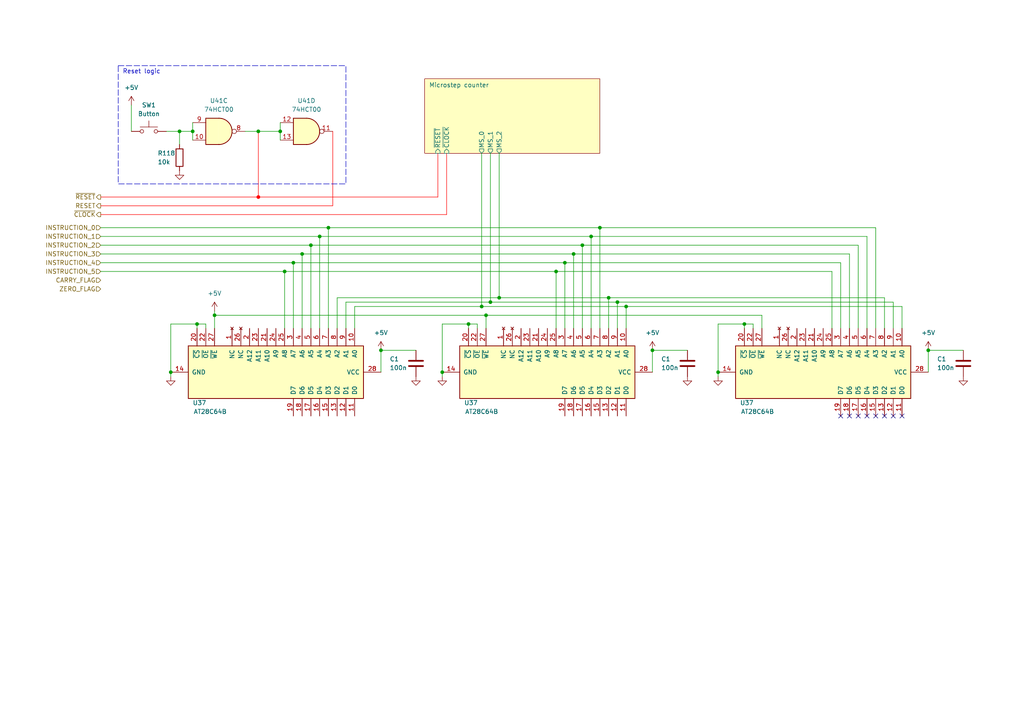
<source format=kicad_sch>
(kicad_sch (version 20230121) (generator eeschema)
  (paper "A4")
  (title_block (title "8-bit CPU") (date "2023-11-28") (rev "1.0") (company "TBR Designs"))
  (lib_symbols
    (symbol "01_my_library:28C64B" (pin_names (offset 1.016))
      (property "Reference" "U" (at 0 0 0))
      (symbol "28C64B_1_1"
        (rectangle (start -7.62 25.4) (end 7.62 -25.4) (stroke (width 0.254)) (fill (type background)))
        (pin no_connect line (at -12.7 -12.7 0) (length 5.08) (name "NC") (number "1"))
        (pin input line (at -12.7 22.86 0) (length 5.08) (name "A0") (number "10"))
        (pin tri_state line (at 12.7 22.86 180) (length 5.08) (name "D0") (number "11"))
        (pin tri_state line (at 12.7 20.32 180) (length 5.08) (name "D1") (number "12"))
        (pin tri_state line (at 12.7 17.78 180) (length 5.08) (name "D2") (number "13"))
        (pin power_in line (at 0 -30.48 90) (length 5.08) (name "GND") (number "14"))
        (pin tri_state line (at 12.7 15.24 180) (length 5.08) (name "D3") (number "15"))
        (pin tri_state line (at 12.7 12.7 180) (length 5.08) (name "D4") (number "16"))
        (pin tri_state line (at 12.7 10.16 180) (length 5.08) (name "D5") (number "17"))
        (pin tri_state line (at 12.7 7.62 180) (length 5.08) (name "D6") (number "18"))
        (pin tri_state line (at 12.7 5.08 180) (length 5.08) (name "D7") (number "19"))
        (pin input line (at -12.7 -7.62 0) (length 5.08) (name "A12") (number "2"))
        (pin input line (at -12.7 -22.86 0) (length 5.08) (name "~{CS}") (number "20"))
        (pin input line (at -12.7 -2.54 0) (length 5.08) (name "A10") (number "21"))
        (pin input line (at -12.7 -20.32 0) (length 5.08) (name "~{OE}") (number "22"))
        (pin input line (at -12.7 -5.08 0) (length 5.08) (name "A11") (number "23"))
        (pin input line (at -12.7 0 0) (length 5.08) (name "A9") (number "24"))
        (pin input line (at -12.7 2.54 0) (length 5.08) (name "A8") (number "25"))
        (pin no_connect line (at -12.7 -10.16 0) (length 5.08) (name "NC") (number "26"))
        (pin input line (at -12.7 -17.78 0) (length 5.08) (name "~{WE}") (number "27"))
        (pin power_in line (at 0 30.48 270) (length 5.08) (name "VCC") (number "28"))
        (pin input line (at -12.7 5.08 0) (length 5.08) (name "A7") (number "3"))
        (pin input line (at -12.7 7.62 0) (length 5.08) (name "A6") (number "4"))
        (pin input line (at -12.7 10.16 0) (length 5.08) (name "A5") (number "5"))
        (pin input line (at -12.7 12.7 0) (length 5.08) (name "A4") (number "6"))
        (pin input line (at -12.7 15.24 0) (length 5.08) (name "A3") (number "7"))
        (pin input line (at -12.7 17.78 0) (length 5.08) (name "A2") (number "8"))
        (pin input line (at -12.7 20.32 0) (length 5.08) (name "A1") (number "9"))
      )
    )
    (symbol "74xx:74HCT00" (pin_names (offset 1.016))
      (property "Reference" "U" (at 0 1.27 0))
      (property "Value" "74HCT00" (at 0 -1.27 0))
      (symbol "74HCT00_1_1"
        (arc (start 0 -3.81) (mid 3.7934 0) (end 0 3.81) (stroke (width 0.254)) (fill (type background)))
        (polyline (pts (xy 0 3.81) (xy -3.81 3.81) (xy -3.81 -3.81) (xy 0 -3.81)) (stroke (width 0.254)) (fill (type background)))
        (pin input line (at -7.62 2.54 0) (length 3.81) (name "~") (number "1"))
        (pin input line (at -7.62 -2.54 0) (length 3.81) (name "~") (number "2"))
        (pin output inverted (at 7.62 0 180) (length 3.81) (name "~") (number "3"))
      )
      (symbol "74HCT00_1_2"
        (arc (start -3.81 -3.81) (mid -2.589 0) (end -3.81 3.81) (stroke (width 0.254)))
        (arc (start -0.6096 -3.81) (mid 2.1842 -2.5851) (end 3.81 0) (stroke (width 0.254)) (fill (type background)))
        (polyline (pts (xy -3.81 -3.81) (xy -0.635 -3.81)) (stroke (width 0.254)) (fill (type background)))
        (polyline (pts (xy -3.81 3.81) (xy -0.635 3.81)) (stroke (width 0.254)) (fill (type background)))
        (polyline (pts (xy -0.635 3.81) (xy -3.81 3.81) (xy -3.81 3.81) (xy -3.556 3.4036) (xy -3.0226 2.2606) (xy -2.6924 1.0414) (xy -2.6162 -0.254) (xy -2.7686 -1.4986) (xy -3.175 -2.7178) (xy -3.81 -3.81) (xy -3.81 -3.81) (xy -0.635 -3.81)) (stroke (width -25.4)) (fill (type background)))
        (arc (start 3.81 0) (mid 2.1915 2.5936) (end -0.6096 3.81) (stroke (width 0.254)) (fill (type background)))
        (pin input inverted (at -7.62 2.54 0) (length 4.318) (name "~") (number "1"))
        (pin input inverted (at -7.62 -2.54 0) (length 4.318) (name "~") (number "2"))
        (pin output line (at 7.62 0 180) (length 3.81) (name "~") (number "3"))
      )
      (symbol "74HCT00_2_1"
        (arc (start 0 -3.81) (mid 3.7934 0) (end 0 3.81) (stroke (width 0.254)) (fill (type background)))
        (polyline (pts (xy 0 3.81) (xy -3.81 3.81) (xy -3.81 -3.81) (xy 0 -3.81)) (stroke (width 0.254)) (fill (type background)))
        (pin input line (at -7.62 2.54 0) (length 3.81) (name "~") (number "4"))
        (pin input line (at -7.62 -2.54 0) (length 3.81) (name "~") (number "5"))
        (pin output inverted (at 7.62 0 180) (length 3.81) (name "~") (number "6"))
      )
      (symbol "74HCT00_2_2"
        (arc (start -3.81 -3.81) (mid -2.589 0) (end -3.81 3.81) (stroke (width 0.254)))
        (arc (start -0.6096 -3.81) (mid 2.1842 -2.5851) (end 3.81 0) (stroke (width 0.254)) (fill (type background)))
        (polyline (pts (xy -3.81 -3.81) (xy -0.635 -3.81)) (stroke (width 0.254)) (fill (type background)))
        (polyline (pts (xy -3.81 3.81) (xy -0.635 3.81)) (stroke (width 0.254)) (fill (type background)))
        (polyline (pts (xy -0.635 3.81) (xy -3.81 3.81) (xy -3.81 3.81) (xy -3.556 3.4036) (xy -3.0226 2.2606) (xy -2.6924 1.0414) (xy -2.6162 -0.254) (xy -2.7686 -1.4986) (xy -3.175 -2.7178) (xy -3.81 -3.81) (xy -3.81 -3.81) (xy -0.635 -3.81)) (stroke (width -25.4)) (fill (type background)))
        (arc (start 3.81 0) (mid 2.1915 2.5936) (end -0.6096 3.81) (stroke (width 0.254)) (fill (type background)))
        (pin input inverted (at -7.62 2.54 0) (length 4.318) (name "~") (number "4"))
        (pin input inverted (at -7.62 -2.54 0) (length 4.318) (name "~") (number "5"))
        (pin output line (at 7.62 0 180) (length 3.81) (name "~") (number "6"))
      )
      (symbol "74HCT00_3_1"
        (arc (start 0 -3.81) (mid 3.7934 0) (end 0 3.81) (stroke (width 0.254)) (fill (type background)))
        (polyline (pts (xy 0 3.81) (xy -3.81 3.81) (xy -3.81 -3.81) (xy 0 -3.81)) (stroke (width 0.254)) (fill (type background)))
        (pin input line (at -7.62 -2.54 0) (length 3.81) (name "~") (number "10"))
        (pin output inverted (at 7.62 0 180) (length 3.81) (name "~") (number "8"))
        (pin input line (at -7.62 2.54 0) (length 3.81) (name "~") (number "9"))
      )
      (symbol "74HCT00_3_2"
        (arc (start -3.81 -3.81) (mid -2.589 0) (end -3.81 3.81) (stroke (width 0.254)))
        (arc (start -0.6096 -3.81) (mid 2.1842 -2.5851) (end 3.81 0) (stroke (width 0.254)) (fill (type background)))
        (polyline (pts (xy -3.81 -3.81) (xy -0.635 -3.81)) (stroke (width 0.254)) (fill (type background)))
        (polyline (pts (xy -3.81 3.81) (xy -0.635 3.81)) (stroke (width 0.254)) (fill (type background)))
        (polyline (pts (xy -0.635 3.81) (xy -3.81 3.81) (xy -3.81 3.81) (xy -3.556 3.4036) (xy -3.0226 2.2606) (xy -2.6924 1.0414) (xy -2.6162 -0.254) (xy -2.7686 -1.4986) (xy -3.175 -2.7178) (xy -3.81 -3.81) (xy -3.81 -3.81) (xy -0.635 -3.81)) (stroke (width -25.4)) (fill (type background)))
        (arc (start 3.81 0) (mid 2.1915 2.5936) (end -0.6096 3.81) (stroke (width 0.254)) (fill (type background)))
        (pin input inverted (at -7.62 -2.54 0) (length 4.318) (name "~") (number "10"))
        (pin output line (at 7.62 0 180) (length 3.81) (name "~") (number "8"))
        (pin input inverted (at -7.62 2.54 0) (length 4.318) (name "~") (number "9"))
      )
      (symbol "74HCT00_4_1"
        (arc (start 0 -3.81) (mid 3.7934 0) (end 0 3.81) (stroke (width 0.254)) (fill (type background)))
        (polyline (pts (xy 0 3.81) (xy -3.81 3.81) (xy -3.81 -3.81) (xy 0 -3.81)) (stroke (width 0.254)) (fill (type background)))
        (pin output inverted (at 7.62 0 180) (length 3.81) (name "~") (number "11"))
        (pin input line (at -7.62 2.54 0) (length 3.81) (name "~") (number "12"))
        (pin input line (at -7.62 -2.54 0) (length 3.81) (name "~") (number "13"))
      )
      (symbol "74HCT00_4_2"
        (arc (start -3.81 -3.81) (mid -2.589 0) (end -3.81 3.81) (stroke (width 0.254)))
        (arc (start -0.6096 -3.81) (mid 2.1842 -2.5851) (end 3.81 0) (stroke (width 0.254)) (fill (type background)))
        (polyline (pts (xy -3.81 -3.81) (xy -0.635 -3.81)) (stroke (width 0.254)) (fill (type background)))
        (polyline (pts (xy -3.81 3.81) (xy -0.635 3.81)) (stroke (width 0.254)) (fill (type background)))
        (polyline (pts (xy -0.635 3.81) (xy -3.81 3.81) (xy -3.81 3.81) (xy -3.556 3.4036) (xy -3.0226 2.2606) (xy -2.6924 1.0414) (xy -2.6162 -0.254) (xy -2.7686 -1.4986) (xy -3.175 -2.7178) (xy -3.81 -3.81) (xy -3.81 -3.81) (xy -0.635 -3.81)) (stroke (width -25.4)) (fill (type background)))
        (arc (start 3.81 0) (mid 2.1915 2.5936) (end -0.6096 3.81) (stroke (width 0.254)) (fill (type background)))
        (pin output line (at 7.62 0 180) (length 3.81) (name "~") (number "11"))
        (pin input inverted (at -7.62 2.54 0) (length 4.318) (name "~") (number "12"))
        (pin input inverted (at -7.62 -2.54 0) (length 4.318) (name "~") (number "13"))
      )
      (symbol "74HCT00_5_0"
        (pin power_in line (at 0 12.7 270) (length 5.08) (name "VCC") (number "14"))
        (pin power_in line (at 0 -12.7 90) (length 5.08) (name "GND") (number "7"))
      )
      (symbol "74HCT00_5_1"
        (rectangle (start -5.08 7.62) (end 5.08 -7.62) (stroke (width 0.254)) (fill (type background)))
      )
    )
    (symbol "Device:C" (pin_numbers hide) (pin_names (offset 0.254))
      (property "Reference" "C" (at 0.635 2.54 0))
      (property "Value" "C" (at 0.635 -2.54 0))
      (symbol "C_0_1"
        (polyline (pts (xy -2.032 -0.762) (xy 2.032 -0.762)) (stroke (width 0.508)))
        (polyline (pts (xy -2.032 0.762) (xy 2.032 0.762)) (stroke (width 0.508)))
      )
      (symbol "C_1_1"
        (pin passive line (at 0 3.81 270) (length 2.794) (name "~") (number "1"))
        (pin passive line (at 0 -3.81 90) (length 2.794) (name "~") (number "2"))
      )
    )
    (symbol "Device:R" (pin_numbers hide) (pin_names (offset 0))
      (property "Reference" "R" (at 2.032 0 90))
      (property "Value" "R" (at 0 0 90))
      (symbol "R_0_1"
        (rectangle (start -1.016 -2.54) (end 1.016 2.54) (stroke (width 0.254)))
      )
      (symbol "R_1_1"
        (pin passive line (at 0 3.81 270) (length 1.27) (name "~") (number "1"))
        (pin passive line (at 0 -3.81 90) (length 1.27) (name "~") (number "2"))
      )
    )
    (symbol "Switch:SW_Push" (pin_numbers hide) (pin_names (offset 1.016) hide)
      (property "Reference" "SW" (at 1.27 2.54 0))
      (property "Value" "SW_Push" (at 0 -1.524 0))
      (symbol "SW_Push_0_1"
        (circle (center -2.032 0) (radius 0.508))
        (polyline (pts (xy 0 1.27) (xy 0 3.048)))
        (polyline (pts (xy 2.54 1.27) (xy -2.54 1.27)))
        (circle (center 2.032 0) (radius 0.508))
        (pin passive line (at -5.08 0 0) (length 2.54) (name "1") (number "1"))
        (pin passive line (at 5.08 0 180) (length 2.54) (name "2") (number "2"))
      )
    )
    (symbol "power:+5V" (power) (pin_names (offset 0))
      (property "Value" "+5V" (at 0 3.556 0))
      (symbol "+5V_0_1"
        (polyline (pts (xy -0.762 1.27) (xy 0 2.54)))
        (polyline (pts (xy 0 0) (xy 0 2.54)))
        (polyline (pts (xy 0 2.54) (xy 0.762 1.27)))
      )
      (symbol "+5V_1_1"
        (pin power_in line (at 0 0 90) (length 0) hide (name "+5V") (number "1"))
      )
    )
    (symbol "power:GND" (power) (pin_names (offset 0))
      (property "Value" "GND" (at 0 -3.81 0))
      (symbol "GND_0_1"
        (polyline (pts (xy 0 0) (xy 0 -1.27) (xy 1.27 -1.27) (xy 0 -2.54) (xy -1.27 -1.27) (xy 0 -1.27)))
      )
      (symbol "GND_1_1"
        (pin power_in line (at 0 0 270) (length 0) hide (name "GND") (number "1"))
      )
    )
  )
  (junction (at 179.07 87.63))
  (junction (at 135.89 93.98))
  (junction (at 74.93 38.1))
  (junction (at 62.23 91.44))
  (junction (at 128.27 107.95))
  (junction (at 166.37 73.66))
  (junction (at 110.49 101.6))
  (junction (at 163.83 76.2))
  (junction (at 161.29 78.74))
  (junction (at 52.07 38.1))
  (junction (at 144.78 86.36))
  (junction (at 74.93 57.15) (color 255 0 0 1))
  (junction (at 81.28 38.1))
  (junction (at 82.55 78.74))
  (junction (at 49.53 107.95))
  (junction (at 85.09 76.2))
  (junction (at 142.24 87.63))
  (junction (at 57.15 93.98))
  (junction (at 55.88 38.1))
  (junction (at 215.9 93.98))
  (junction (at 92.71 68.58))
  (junction (at 140.97 91.44))
  (junction (at 139.7 88.9))
  (junction (at 176.53 86.36))
  (junction (at 181.61 88.9))
  (junction (at 208.28 107.95))
  (junction (at 95.25 66.04))
  (junction (at 269.24 101.6))
  (junction (at 173.99 66.04))
  (junction (at 87.63 73.66))
  (junction (at 189.23 101.6))
  (junction (at 168.91 71.12))
  (junction (at 90.17 71.12))
  (junction (at 171.45 68.58))
  (no_connect (at 251.46 120.65))
  (no_connect (at 259.08 120.65))
  (no_connect (at 248.92 120.65))
  (no_connect (at 246.38 120.65))
  (no_connect (at 256.54 120.65))
  (no_connect (at 243.84 120.65))
  (no_connect (at 261.62 120.65))
  (no_connect (at 254 120.65))
  (wire (pts (xy 129.54 62.23) (xy 29.21 62.23)) (stroke (width 0) (color 255 0 0 1)))
  (wire (pts (xy 171.45 95.25) (xy 171.45 68.58)))
  (wire (pts (xy 129.54 44.45) (xy 129.54 62.23)) (stroke (width 0) (color 255 0 0 1)))
  (wire (pts (xy 254 66.04) (xy 173.99 66.04)))
  (wire (pts (xy 220.98 95.25) (xy 220.98 91.44)))
  (wire (pts (xy 71.12 38.1) (xy 74.93 38.1)))
  (wire (pts (xy 254 95.25) (xy 254 66.04)))
  (wire (pts (xy 110.49 101.6) (xy 120.65 101.6)))
  (wire (pts (xy 248.92 95.25) (xy 248.92 71.12)))
  (wire (pts (xy 52.07 38.1) (xy 52.07 41.91)))
  (wire (pts (xy 163.83 95.25) (xy 163.83 76.2)))
  (wire (pts (xy 57.15 93.98) (xy 49.53 93.98)))
  (wire (pts (xy 81.28 38.1) (xy 81.28 40.64)))
  (wire (pts (xy 85.09 76.2) (xy 85.09 95.25)))
  (wire (pts (xy 208.28 109.22) (xy 208.28 107.95)))
  (wire (pts (xy 241.3 78.74) (xy 161.29 78.74)))
  (wire (pts (xy 166.37 95.25) (xy 166.37 73.66)))
  (wire (pts (xy 127 44.45) (xy 127 57.15)) (stroke (width 0) (color 255 0 0 1)))
  (wire (pts (xy 135.89 93.98) (xy 135.89 95.25)))
  (wire (pts (xy 96.52 59.69) (xy 96.52 38.1)) (stroke (width 0) (color 255 0 0 1)))
  (wire (pts (xy 176.53 86.36) (xy 144.78 86.36)))
  (wire (pts (xy 173.99 95.25) (xy 173.99 66.04)))
  (wire (pts (xy 256.54 95.25) (xy 256.54 86.36)))
  (wire (pts (xy 144.78 44.45) (xy 144.78 86.36)))
  (wire (pts (xy 251.46 68.58) (xy 171.45 68.58)))
  (wire (pts (xy 52.07 38.1) (xy 55.88 38.1)))
  (wire (pts (xy 110.49 107.95) (xy 110.49 101.6)))
  (wire (pts (xy 181.61 95.25) (xy 181.61 88.9)))
  (wire (pts (xy 74.93 38.1) (xy 81.28 38.1)))
  (wire (pts (xy 128.27 109.22) (xy 128.27 107.95)))
  (wire (pts (xy 29.21 66.04) (xy 95.25 66.04)))
  (wire (pts (xy 218.44 93.98) (xy 215.9 93.98)))
  (wire (pts (xy 87.63 73.66) (xy 166.37 73.66)))
  (wire (pts (xy 57.15 93.98) (xy 57.15 95.25)))
  (wire (pts (xy 259.08 87.63) (xy 179.07 87.63)))
  (wire (pts (xy 62.23 90.17) (xy 62.23 91.44)))
  (wire (pts (xy 48.26 38.1) (xy 52.07 38.1)))
  (wire (pts (xy 62.23 91.44) (xy 62.23 95.25)))
  (wire (pts (xy 29.21 59.69) (xy 96.52 59.69)) (stroke (width 0) (color 255 0 0 1)))
  (wire (pts (xy 127 57.15) (xy 74.93 57.15)) (stroke (width 0) (color 255 0 0 1)))
  (wire (pts (xy 81.28 35.56) (xy 81.28 38.1)))
  (wire (pts (xy 189.23 107.95) (xy 189.23 101.6)))
  (wire (pts (xy 261.62 88.9) (xy 181.61 88.9)))
  (wire (pts (xy 138.43 93.98) (xy 138.43 95.25)))
  (wire (pts (xy 139.7 88.9) (xy 102.87 88.9)))
  (wire (pts (xy 29.21 57.15) (xy 74.93 57.15)) (stroke (width 0) (color 255 0 0 1)))
  (wire (pts (xy 87.63 73.66) (xy 87.63 95.25)))
  (wire (pts (xy 85.09 76.2) (xy 163.83 76.2)))
  (wire (pts (xy 259.08 95.25) (xy 259.08 87.63)))
  (wire (pts (xy 241.3 95.25) (xy 241.3 78.74)))
  (wire (pts (xy 215.9 93.98) (xy 208.28 93.98)))
  (wire (pts (xy 100.33 87.63) (xy 100.33 95.25)))
  (wire (pts (xy 29.21 71.12) (xy 90.17 71.12)))
  (wire (pts (xy 55.88 38.1) (xy 55.88 40.64)))
  (wire (pts (xy 208.28 93.98) (xy 208.28 107.95)))
  (wire (pts (xy 215.9 93.98) (xy 215.9 95.25)))
  (wire (pts (xy 251.46 95.25) (xy 251.46 68.58)))
  (wire (pts (xy 243.84 95.25) (xy 243.84 76.2)))
  (wire (pts (xy 29.21 73.66) (xy 87.63 73.66)))
  (wire (pts (xy 144.78 86.36) (xy 97.79 86.36)))
  (wire (pts (xy 38.1 30.48) (xy 38.1 38.1)))
  (wire (pts (xy 140.97 91.44) (xy 140.97 95.25)))
  (wire (pts (xy 49.53 93.98) (xy 49.53 107.95)))
  (wire (pts (xy 90.17 71.12) (xy 90.17 95.25)))
  (wire (pts (xy 142.24 44.45) (xy 142.24 87.63)))
  (wire (pts (xy 168.91 71.12) (xy 248.92 71.12)))
  (wire (pts (xy 163.83 76.2) (xy 243.84 76.2)))
  (wire (pts (xy 74.93 57.15) (xy 74.93 38.1)) (stroke (width 0) (color 255 0 0 1)))
  (wire (pts (xy 246.38 95.25) (xy 246.38 73.66)))
  (wire (pts (xy 135.89 93.98) (xy 128.27 93.98)))
  (wire (pts (xy 97.79 86.36) (xy 97.79 95.25)))
  (wire (pts (xy 55.88 38.1) (xy 55.88 35.56)))
  (wire (pts (xy 29.21 68.58) (xy 92.71 68.58)))
  (wire (pts (xy 49.53 109.22) (xy 49.53 107.95)))
  (wire (pts (xy 29.21 78.74) (xy 82.55 78.74)))
  (wire (pts (xy 59.69 93.98) (xy 57.15 93.98)))
  (wire (pts (xy 138.43 93.98) (xy 135.89 93.98)))
  (wire (pts (xy 168.91 95.25) (xy 168.91 71.12)))
  (wire (pts (xy 142.24 87.63) (xy 100.33 87.63)))
  (wire (pts (xy 62.23 91.44) (xy 140.97 91.44)))
  (wire (pts (xy 176.53 95.25) (xy 176.53 86.36)))
  (wire (pts (xy 95.25 66.04) (xy 95.25 95.25)))
  (wire (pts (xy 179.07 87.63) (xy 142.24 87.63)))
  (wire (pts (xy 181.61 88.9) (xy 139.7 88.9)))
  (wire (pts (xy 171.45 68.58) (xy 92.71 68.58)))
  (wire (pts (xy 261.62 95.25) (xy 261.62 88.9)))
  (wire (pts (xy 29.21 76.2) (xy 85.09 76.2)))
  (wire (pts (xy 161.29 95.25) (xy 161.29 78.74)))
  (wire (pts (xy 59.69 93.98) (xy 59.69 95.25)))
  (wire (pts (xy 179.07 95.25) (xy 179.07 87.63)))
  (wire (pts (xy 140.97 91.44) (xy 220.98 91.44)))
  (wire (pts (xy 218.44 93.98) (xy 218.44 95.25)))
  (wire (pts (xy 269.24 107.95) (xy 269.24 101.6)))
  (wire (pts (xy 90.17 71.12) (xy 168.91 71.12)))
  (wire (pts (xy 256.54 86.36) (xy 176.53 86.36)))
  (wire (pts (xy 166.37 73.66) (xy 246.38 73.66)))
  (wire (pts (xy 173.99 66.04) (xy 95.25 66.04)))
  (wire (pts (xy 92.71 68.58) (xy 92.71 95.25)))
  (wire (pts (xy 139.7 44.45) (xy 139.7 88.9)))
  (wire (pts (xy 269.24 101.6) (xy 279.4 101.6)))
  (wire (pts (xy 102.87 88.9) (xy 102.87 95.25)))
  (wire (pts (xy 82.55 78.74) (xy 82.55 95.25)))
  (wire (pts (xy 189.23 101.6) (xy 199.39 101.6)))
  (wire (pts (xy 161.29 78.74) (xy 82.55 78.74)))
  (wire (pts (xy 128.27 93.98) (xy 128.27 107.95)))
  (rectangle (start 34.29 19.05) (end 100.33 53.34) (stroke (width 0) (type dash)))
  (text "Reset logic" (at 35.56 21.59 0) (effects (font (size 1.27 1.27)) (justify left bottom)))
  (hierarchical_label "~{CLOCK}" (shape output) (at 29.21 62.23 180))
  (hierarchical_label "CARRY_FLAG" (shape input) (at 29.21 81.28 180))
  (hierarchical_label "INSTRUCTION_1" (shape input) (at 29.21 68.58 180))
  (hierarchical_label "~{RESET}" (shape output) (at 29.21 57.15 180))
  (hierarchical_label "INSTRUCTION_2" (shape input) (at 29.21 71.12 180))
  (hierarchical_label "INSTRUCTION_4" (shape input) (at 29.21 76.2 180))
  (hierarchical_label "INSTRUCTION_3" (shape input) (at 29.21 73.66 180))
  (hierarchical_label "RESET" (shape output) (at 29.21 59.69 180))
  (hierarchical_label "INSTRUCTION_0" (shape input) (at 29.21 66.04 180))
  (hierarchical_label "INSTRUCTION_5" (shape input) (at 29.21 78.74 180))
  (hierarchical_label "ZERO_FLAG" (shape input) (at 29.21 83.82 180))
  (symbol (lib_id "power:+5V") (at 62.23 90.17 0) (unit 1)
    (property "Reference" "#PWR07" (effects hide))
    (property "Value" "+5V" (at 62.23 85.09 0))
    (instances (project "8-bit-cpu" (path "" (reference "#PWR07") (unit 1)) (path "" (reference "#PWR0153") (unit 1)) (path "" (reference "#PWR0207") (unit 1))))
  )
  (symbol (lib_id "power:GND") (at 52.07 49.53 0) (unit 1)
    (property "Reference" "#PWR0179" (effects hide))
    (property "Value" "GND" (effects hide))
  )
  (symbol (lib_id "power:GND") (at 128.27 109.22 0) (unit 1)
    (property "Reference" "#PWR0202" (effects hide))
    (property "Value" "GND" (effects hide))
  )
  (symbol (lib_id "Device:C") (at 199.39 105.41 0) (unit 1)
    (property "Reference" "C1" (at 191.77 104.14 0) (effects (justify left)))
    (property "Value" "100n" (at 191.77 106.68 0) (effects (justify left)))
    (property "Footprint" "01_my_library:C_Disc_D4.0mm_W2.6mm_P2.50mm" (effects hide))
    (instances (project "8-bit-cpu" (path "" (reference "C1") (unit 1)) (path "" (reference "C45") (unit 1)) (path "" (reference "C56") (unit 1))))
  )
  (symbol (lib_id "power:GND") (at 208.28 109.22 0) (unit 1)
    (property "Reference" "#PWR0205" (effects hide))
    (property "Value" "GND" (effects hide))
  )
  (symbol (lib_id "power:GND") (at 199.39 109.22 0) (unit 1)
    (property "Reference" "#PWR012" (effects hide))
    (property "Value" "GND" (effects hide))
    (instances (project "8-bit-cpu" (path "" (reference "#PWR012") (unit 1)) (path "" (reference "#PWR0154") (unit 1)) (path "" (reference "#PWR0203") (unit 1))))
  )
  (symbol (lib_id "Switch:SW_Push") (at 43.18 38.1 0) (unit 1)
    (property "Reference" "SW1" (at 43.18 30.48 0))
    (property "Value" "Button" (at 43.18 33.02 0))
    (property "Footprint" "Button_Switch_THT:SW_PUSH_6mm" (effects hide))
    (instances (project "8-bit-cpu" (path "" (reference "SW1") (unit 1)) (path "" (reference "SW6") (unit 1)) (path "" (reference "SW7") (unit 1))))
  )
  (symbol (lib_id "01_my_library:28C64B") (at 238.76 107.95 270) (unit 1)
    (property "Reference" "U37" (at 214.63 116.84 90) (effects (justify left)))
    (property "Value" "AT28C64B" (at 219.71 119.38 90))
    (property "Footprint" "Package_DIP:DIP-28_W15.24mm_Socket" (effects hide))
    (instances (project "8-bit-cpu" (path "" (reference "U37") (unit 1)) (path "" (reference "U48") (unit 1))))
  )
  (symbol (lib_id "Device:C") (at 279.4 105.41 0) (unit 1)
    (property "Reference" "C1" (at 271.78 104.14 0) (effects (justify left)))
    (property "Value" "100n" (at 271.78 106.68 0) (effects (justify left)))
    (property "Footprint" "01_my_library:C_Disc_D4.0mm_W2.6mm_P2.50mm" (effects hide))
    (instances (project "8-bit-cpu" (path "" (reference "C1") (unit 1)) (path "" (reference "C45") (unit 1)) (path "" (reference "C57") (unit 1))))
  )
  (symbol (lib_id "power:+5V") (at 189.23 101.6 0) (unit 1)
    (property "Reference" "#PWR07" (effects hide))
    (property "Value" "+5V" (at 189.23 96.52 0))
    (instances (project "8-bit-cpu" (path "" (reference "#PWR07") (unit 1)) (path "" (reference "#PWR0153") (unit 1)) (path "" (reference "#PWR0201") (unit 1))))
  )
  (symbol (lib_id "74xx:74HCT00") (at 88.9 38.1 0) (unit 4)
    (property "Reference" "U41" (at 88.8917 29.21 0))
    (property "Value" "74HCT00" (at 88.8917 31.75 0))
    (property "Datasheet" "http://www.ti.com/lit/gpn/sn74hct00" (effects hide))
  )
  (symbol (lib_id "power:+5V") (at 38.1 30.48 0) (unit 1)
    (property "Reference" "#PWR0178" (effects hide))
    (property "Value" "+5V" (at 38.1 25.4 0))
  )
  (symbol (lib_id "power:+5V") (at 269.24 101.6 0) (unit 1)
    (property "Reference" "#PWR07" (effects hide))
    (property "Value" "+5V" (at 269.24 96.52 0))
    (instances (project "8-bit-cpu" (path "" (reference "#PWR07") (unit 1)) (path "" (reference "#PWR0153") (unit 1)) (path "" (reference "#PWR0204") (unit 1))))
  )
  (symbol (lib_id "74xx:74HCT00") (at 63.5 38.1 0) (unit 3)
    (property "Reference" "U41" (at 63.4917 29.21 0))
    (property "Value" "74HCT00" (at 63.4917 31.75 0))
    (property "Datasheet" "http://www.ti.com/lit/gpn/sn74hct00" (effects hide))
  )
  (symbol (lib_id "01_my_library:28C64B") (at 158.75 107.95 270) (unit 1)
    (property "Reference" "U37" (at 134.62 116.84 90) (effects (justify left)))
    (property "Value" "AT28C64B" (at 139.7 119.38 90))
    (property "Footprint" "Package_DIP:DIP-28_W15.24mm_Socket" (effects hide))
    (instances (project "8-bit-cpu" (path "" (reference "U37") (unit 1)) (path "" (reference "U47") (unit 1))))
  )
  (symbol (lib_id "power:GND") (at 49.53 109.22 0) (unit 1)
    (property "Reference" "#PWR0200" (effects hide))
    (property "Value" "GND" (effects hide))
  )
  (symbol (lib_id "power:+5V") (at 110.49 101.6 0) (unit 1)
    (property "Reference" "#PWR07" (effects hide))
    (property "Value" "+5V" (at 110.49 96.52 0))
    (instances (project "8-bit-cpu" (path "" (reference "#PWR07") (unit 1)) (path "" (reference "#PWR0153") (unit 1)) (path "" (reference "#PWR0198") (unit 1))))
  )
  (symbol (lib_id "01_my_library:28C64B") (at 80.01 107.95 270) (unit 1)
    (property "Reference" "U37" (at 55.88 116.84 90) (effects (justify left)))
    (property "Value" "AT28C64B" (at 60.96 119.38 90))
    (property "Footprint" "Package_DIP:DIP-28_W15.24mm_Socket" (effects hide))
    (instances (project "8-bit-cpu" (path "" (reference "U37") (unit 1)) (path "" (reference "U46") (unit 1))))
  )
  (symbol (lib_id "Device:C") (at 120.65 105.41 0) (unit 1)
    (property "Reference" "C1" (at 113.03 104.14 0) (effects (justify left)))
    (property "Value" "100n" (at 113.03 106.68 0) (effects (justify left)))
    (property "Footprint" "01_my_library:C_Disc_D4.0mm_W2.6mm_P2.50mm" (effects hide))
    (instances (project "8-bit-cpu" (path "" (reference "C1") (unit 1)) (path "" (reference "C45") (unit 1)) (path "" (reference "C55") (unit 1))))
  )
  (symbol (lib_id "power:GND") (at 279.4 109.22 0) (unit 1)
    (property "Reference" "#PWR012" (effects hide))
    (property "Value" "GND" (effects hide))
    (instances (project "8-bit-cpu" (path "" (reference "#PWR012") (unit 1)) (path "" (reference "#PWR0154") (unit 1)) (path "" (reference "#PWR0206") (unit 1))))
  )
  (symbol (lib_id "Device:R") (at 52.07 45.72 0) (unit 1)
    (property "Reference" "R118" (at 45.72 44.45 0) (effects (justify left)))
    (property "Value" "10k" (at 45.72 46.99 0) (effects (justify left)))
  )
  (symbol (lib_id "power:GND") (at 120.65 109.22 0) (unit 1)
    (property "Reference" "#PWR012" (effects hide))
    (property "Value" "GND" (effects hide))
    (instances (project "8-bit-cpu" (path "" (reference "#PWR012") (unit 1)) (path "" (reference "#PWR0154") (unit 1)) (path "" (reference "#PWR0199") (unit 1))))
  )
  (sheet (at 123.19 22.86) (size 50.8 21.59) (stroke (width 0.1524)) (fill (color 255 255 194 1.0000))
    (property "Sheetname" "Microstep counter" (at 124.46 25.4 0) (effects (justify left bottom)))
    (property "Sheetfile" "microstep-counter.kicad_sch" (effects hide))
    (pin "~{RESET}" input (at 127 44.45 270))
    (pin "~{CLOCK}" input (at 129.54 44.45 270))
    (pin "MS_2" output (at 144.78 44.45 270))
    (pin "MS_1" output (at 142.24 44.45 270))
    (pin "MS_0" output (at 139.7 44.45 270))
  )
)
</source>
